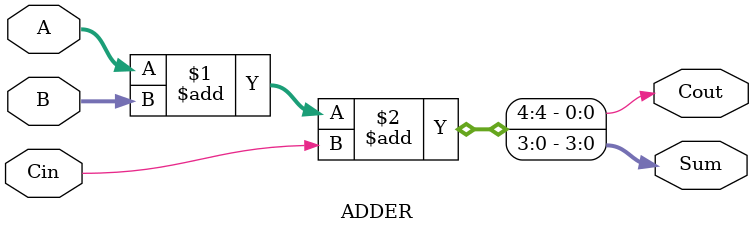
<source format=v>
module ADDER (
    input  [3:0] A,   // First 4-bit operand
    input  [3:0] B,   // Second 4-bit operand
    input        Cin, // Carry-in
    output [3:0] Sum, // 4-bit Sum output
    output       Cout // Carry-out
);

    assign {Cout, Sum} = A + B + Cin; // Perform 4-bit addition

endmodule


</source>
